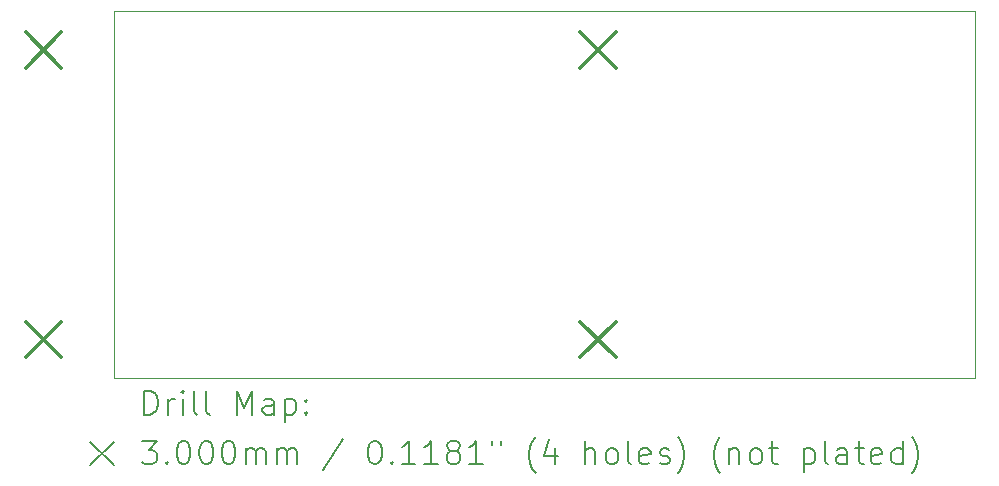
<source format=gbr>
%TF.GenerationSoftware,KiCad,Pcbnew,8.0.4*%
%TF.CreationDate,2025-02-11T11:06:42-05:00*%
%TF.ProjectId,plusle,706c7573-6c65-42e6-9b69-6361645f7063,rev?*%
%TF.SameCoordinates,Original*%
%TF.FileFunction,Drillmap*%
%TF.FilePolarity,Positive*%
%FSLAX45Y45*%
G04 Gerber Fmt 4.5, Leading zero omitted, Abs format (unit mm)*
G04 Created by KiCad (PCBNEW 8.0.4) date 2025-02-11 11:06:42*
%MOMM*%
%LPD*%
G01*
G04 APERTURE LIST*
%ADD10C,0.050000*%
%ADD11C,0.200000*%
%ADD12C,0.300000*%
G04 APERTURE END LIST*
D10*
X7150000Y-3550000D02*
X14440000Y-3550000D01*
X14440000Y-6650000D01*
X7150000Y-6650000D01*
X7150000Y-3550000D01*
D11*
D12*
X6402500Y-3727000D02*
X6702500Y-4027000D01*
X6702500Y-3727000D02*
X6402500Y-4027000D01*
X6402500Y-6178000D02*
X6702500Y-6478000D01*
X6702500Y-6178000D02*
X6402500Y-6478000D01*
X11097500Y-3727000D02*
X11397500Y-4027000D01*
X11397500Y-3727000D02*
X11097500Y-4027000D01*
X11097500Y-6178000D02*
X11397500Y-6478000D01*
X11397500Y-6178000D02*
X11097500Y-6478000D01*
D11*
X7408277Y-6963984D02*
X7408277Y-6763984D01*
X7408277Y-6763984D02*
X7455896Y-6763984D01*
X7455896Y-6763984D02*
X7484467Y-6773508D01*
X7484467Y-6773508D02*
X7503515Y-6792555D01*
X7503515Y-6792555D02*
X7513039Y-6811603D01*
X7513039Y-6811603D02*
X7522562Y-6849698D01*
X7522562Y-6849698D02*
X7522562Y-6878269D01*
X7522562Y-6878269D02*
X7513039Y-6916365D01*
X7513039Y-6916365D02*
X7503515Y-6935412D01*
X7503515Y-6935412D02*
X7484467Y-6954460D01*
X7484467Y-6954460D02*
X7455896Y-6963984D01*
X7455896Y-6963984D02*
X7408277Y-6963984D01*
X7608277Y-6963984D02*
X7608277Y-6830650D01*
X7608277Y-6868746D02*
X7617801Y-6849698D01*
X7617801Y-6849698D02*
X7627324Y-6840174D01*
X7627324Y-6840174D02*
X7646372Y-6830650D01*
X7646372Y-6830650D02*
X7665420Y-6830650D01*
X7732086Y-6963984D02*
X7732086Y-6830650D01*
X7732086Y-6763984D02*
X7722562Y-6773508D01*
X7722562Y-6773508D02*
X7732086Y-6783031D01*
X7732086Y-6783031D02*
X7741610Y-6773508D01*
X7741610Y-6773508D02*
X7732086Y-6763984D01*
X7732086Y-6763984D02*
X7732086Y-6783031D01*
X7855896Y-6963984D02*
X7836848Y-6954460D01*
X7836848Y-6954460D02*
X7827324Y-6935412D01*
X7827324Y-6935412D02*
X7827324Y-6763984D01*
X7960658Y-6963984D02*
X7941610Y-6954460D01*
X7941610Y-6954460D02*
X7932086Y-6935412D01*
X7932086Y-6935412D02*
X7932086Y-6763984D01*
X8189229Y-6963984D02*
X8189229Y-6763984D01*
X8189229Y-6763984D02*
X8255896Y-6906841D01*
X8255896Y-6906841D02*
X8322562Y-6763984D01*
X8322562Y-6763984D02*
X8322562Y-6963984D01*
X8503515Y-6963984D02*
X8503515Y-6859222D01*
X8503515Y-6859222D02*
X8493991Y-6840174D01*
X8493991Y-6840174D02*
X8474944Y-6830650D01*
X8474944Y-6830650D02*
X8436848Y-6830650D01*
X8436848Y-6830650D02*
X8417801Y-6840174D01*
X8503515Y-6954460D02*
X8484467Y-6963984D01*
X8484467Y-6963984D02*
X8436848Y-6963984D01*
X8436848Y-6963984D02*
X8417801Y-6954460D01*
X8417801Y-6954460D02*
X8408277Y-6935412D01*
X8408277Y-6935412D02*
X8408277Y-6916365D01*
X8408277Y-6916365D02*
X8417801Y-6897317D01*
X8417801Y-6897317D02*
X8436848Y-6887793D01*
X8436848Y-6887793D02*
X8484467Y-6887793D01*
X8484467Y-6887793D02*
X8503515Y-6878269D01*
X8598753Y-6830650D02*
X8598753Y-7030650D01*
X8598753Y-6840174D02*
X8617801Y-6830650D01*
X8617801Y-6830650D02*
X8655896Y-6830650D01*
X8655896Y-6830650D02*
X8674944Y-6840174D01*
X8674944Y-6840174D02*
X8684467Y-6849698D01*
X8684467Y-6849698D02*
X8693991Y-6868746D01*
X8693991Y-6868746D02*
X8693991Y-6925888D01*
X8693991Y-6925888D02*
X8684467Y-6944936D01*
X8684467Y-6944936D02*
X8674944Y-6954460D01*
X8674944Y-6954460D02*
X8655896Y-6963984D01*
X8655896Y-6963984D02*
X8617801Y-6963984D01*
X8617801Y-6963984D02*
X8598753Y-6954460D01*
X8779705Y-6944936D02*
X8789229Y-6954460D01*
X8789229Y-6954460D02*
X8779705Y-6963984D01*
X8779705Y-6963984D02*
X8770182Y-6954460D01*
X8770182Y-6954460D02*
X8779705Y-6944936D01*
X8779705Y-6944936D02*
X8779705Y-6963984D01*
X8779705Y-6840174D02*
X8789229Y-6849698D01*
X8789229Y-6849698D02*
X8779705Y-6859222D01*
X8779705Y-6859222D02*
X8770182Y-6849698D01*
X8770182Y-6849698D02*
X8779705Y-6840174D01*
X8779705Y-6840174D02*
X8779705Y-6859222D01*
X6947500Y-7192500D02*
X7147500Y-7392500D01*
X7147500Y-7192500D02*
X6947500Y-7392500D01*
X7389229Y-7183984D02*
X7513039Y-7183984D01*
X7513039Y-7183984D02*
X7446372Y-7260174D01*
X7446372Y-7260174D02*
X7474943Y-7260174D01*
X7474943Y-7260174D02*
X7493991Y-7269698D01*
X7493991Y-7269698D02*
X7503515Y-7279222D01*
X7503515Y-7279222D02*
X7513039Y-7298269D01*
X7513039Y-7298269D02*
X7513039Y-7345888D01*
X7513039Y-7345888D02*
X7503515Y-7364936D01*
X7503515Y-7364936D02*
X7493991Y-7374460D01*
X7493991Y-7374460D02*
X7474943Y-7383984D01*
X7474943Y-7383984D02*
X7417801Y-7383984D01*
X7417801Y-7383984D02*
X7398753Y-7374460D01*
X7398753Y-7374460D02*
X7389229Y-7364936D01*
X7598753Y-7364936D02*
X7608277Y-7374460D01*
X7608277Y-7374460D02*
X7598753Y-7383984D01*
X7598753Y-7383984D02*
X7589229Y-7374460D01*
X7589229Y-7374460D02*
X7598753Y-7364936D01*
X7598753Y-7364936D02*
X7598753Y-7383984D01*
X7732086Y-7183984D02*
X7751134Y-7183984D01*
X7751134Y-7183984D02*
X7770182Y-7193508D01*
X7770182Y-7193508D02*
X7779705Y-7203031D01*
X7779705Y-7203031D02*
X7789229Y-7222079D01*
X7789229Y-7222079D02*
X7798753Y-7260174D01*
X7798753Y-7260174D02*
X7798753Y-7307793D01*
X7798753Y-7307793D02*
X7789229Y-7345888D01*
X7789229Y-7345888D02*
X7779705Y-7364936D01*
X7779705Y-7364936D02*
X7770182Y-7374460D01*
X7770182Y-7374460D02*
X7751134Y-7383984D01*
X7751134Y-7383984D02*
X7732086Y-7383984D01*
X7732086Y-7383984D02*
X7713039Y-7374460D01*
X7713039Y-7374460D02*
X7703515Y-7364936D01*
X7703515Y-7364936D02*
X7693991Y-7345888D01*
X7693991Y-7345888D02*
X7684467Y-7307793D01*
X7684467Y-7307793D02*
X7684467Y-7260174D01*
X7684467Y-7260174D02*
X7693991Y-7222079D01*
X7693991Y-7222079D02*
X7703515Y-7203031D01*
X7703515Y-7203031D02*
X7713039Y-7193508D01*
X7713039Y-7193508D02*
X7732086Y-7183984D01*
X7922562Y-7183984D02*
X7941610Y-7183984D01*
X7941610Y-7183984D02*
X7960658Y-7193508D01*
X7960658Y-7193508D02*
X7970182Y-7203031D01*
X7970182Y-7203031D02*
X7979705Y-7222079D01*
X7979705Y-7222079D02*
X7989229Y-7260174D01*
X7989229Y-7260174D02*
X7989229Y-7307793D01*
X7989229Y-7307793D02*
X7979705Y-7345888D01*
X7979705Y-7345888D02*
X7970182Y-7364936D01*
X7970182Y-7364936D02*
X7960658Y-7374460D01*
X7960658Y-7374460D02*
X7941610Y-7383984D01*
X7941610Y-7383984D02*
X7922562Y-7383984D01*
X7922562Y-7383984D02*
X7903515Y-7374460D01*
X7903515Y-7374460D02*
X7893991Y-7364936D01*
X7893991Y-7364936D02*
X7884467Y-7345888D01*
X7884467Y-7345888D02*
X7874943Y-7307793D01*
X7874943Y-7307793D02*
X7874943Y-7260174D01*
X7874943Y-7260174D02*
X7884467Y-7222079D01*
X7884467Y-7222079D02*
X7893991Y-7203031D01*
X7893991Y-7203031D02*
X7903515Y-7193508D01*
X7903515Y-7193508D02*
X7922562Y-7183984D01*
X8113039Y-7183984D02*
X8132086Y-7183984D01*
X8132086Y-7183984D02*
X8151134Y-7193508D01*
X8151134Y-7193508D02*
X8160658Y-7203031D01*
X8160658Y-7203031D02*
X8170182Y-7222079D01*
X8170182Y-7222079D02*
X8179705Y-7260174D01*
X8179705Y-7260174D02*
X8179705Y-7307793D01*
X8179705Y-7307793D02*
X8170182Y-7345888D01*
X8170182Y-7345888D02*
X8160658Y-7364936D01*
X8160658Y-7364936D02*
X8151134Y-7374460D01*
X8151134Y-7374460D02*
X8132086Y-7383984D01*
X8132086Y-7383984D02*
X8113039Y-7383984D01*
X8113039Y-7383984D02*
X8093991Y-7374460D01*
X8093991Y-7374460D02*
X8084467Y-7364936D01*
X8084467Y-7364936D02*
X8074943Y-7345888D01*
X8074943Y-7345888D02*
X8065420Y-7307793D01*
X8065420Y-7307793D02*
X8065420Y-7260174D01*
X8065420Y-7260174D02*
X8074943Y-7222079D01*
X8074943Y-7222079D02*
X8084467Y-7203031D01*
X8084467Y-7203031D02*
X8093991Y-7193508D01*
X8093991Y-7193508D02*
X8113039Y-7183984D01*
X8265420Y-7383984D02*
X8265420Y-7250650D01*
X8265420Y-7269698D02*
X8274943Y-7260174D01*
X8274943Y-7260174D02*
X8293991Y-7250650D01*
X8293991Y-7250650D02*
X8322563Y-7250650D01*
X8322563Y-7250650D02*
X8341610Y-7260174D01*
X8341610Y-7260174D02*
X8351134Y-7279222D01*
X8351134Y-7279222D02*
X8351134Y-7383984D01*
X8351134Y-7279222D02*
X8360658Y-7260174D01*
X8360658Y-7260174D02*
X8379705Y-7250650D01*
X8379705Y-7250650D02*
X8408277Y-7250650D01*
X8408277Y-7250650D02*
X8427325Y-7260174D01*
X8427325Y-7260174D02*
X8436848Y-7279222D01*
X8436848Y-7279222D02*
X8436848Y-7383984D01*
X8532086Y-7383984D02*
X8532086Y-7250650D01*
X8532086Y-7269698D02*
X8541610Y-7260174D01*
X8541610Y-7260174D02*
X8560658Y-7250650D01*
X8560658Y-7250650D02*
X8589229Y-7250650D01*
X8589229Y-7250650D02*
X8608277Y-7260174D01*
X8608277Y-7260174D02*
X8617801Y-7279222D01*
X8617801Y-7279222D02*
X8617801Y-7383984D01*
X8617801Y-7279222D02*
X8627325Y-7260174D01*
X8627325Y-7260174D02*
X8646372Y-7250650D01*
X8646372Y-7250650D02*
X8674944Y-7250650D01*
X8674944Y-7250650D02*
X8693991Y-7260174D01*
X8693991Y-7260174D02*
X8703515Y-7279222D01*
X8703515Y-7279222D02*
X8703515Y-7383984D01*
X9093991Y-7174460D02*
X8922563Y-7431603D01*
X9351134Y-7183984D02*
X9370182Y-7183984D01*
X9370182Y-7183984D02*
X9389229Y-7193508D01*
X9389229Y-7193508D02*
X9398753Y-7203031D01*
X9398753Y-7203031D02*
X9408277Y-7222079D01*
X9408277Y-7222079D02*
X9417801Y-7260174D01*
X9417801Y-7260174D02*
X9417801Y-7307793D01*
X9417801Y-7307793D02*
X9408277Y-7345888D01*
X9408277Y-7345888D02*
X9398753Y-7364936D01*
X9398753Y-7364936D02*
X9389229Y-7374460D01*
X9389229Y-7374460D02*
X9370182Y-7383984D01*
X9370182Y-7383984D02*
X9351134Y-7383984D01*
X9351134Y-7383984D02*
X9332087Y-7374460D01*
X9332087Y-7374460D02*
X9322563Y-7364936D01*
X9322563Y-7364936D02*
X9313039Y-7345888D01*
X9313039Y-7345888D02*
X9303515Y-7307793D01*
X9303515Y-7307793D02*
X9303515Y-7260174D01*
X9303515Y-7260174D02*
X9313039Y-7222079D01*
X9313039Y-7222079D02*
X9322563Y-7203031D01*
X9322563Y-7203031D02*
X9332087Y-7193508D01*
X9332087Y-7193508D02*
X9351134Y-7183984D01*
X9503515Y-7364936D02*
X9513039Y-7374460D01*
X9513039Y-7374460D02*
X9503515Y-7383984D01*
X9503515Y-7383984D02*
X9493991Y-7374460D01*
X9493991Y-7374460D02*
X9503515Y-7364936D01*
X9503515Y-7364936D02*
X9503515Y-7383984D01*
X9703515Y-7383984D02*
X9589229Y-7383984D01*
X9646372Y-7383984D02*
X9646372Y-7183984D01*
X9646372Y-7183984D02*
X9627325Y-7212555D01*
X9627325Y-7212555D02*
X9608277Y-7231603D01*
X9608277Y-7231603D02*
X9589229Y-7241127D01*
X9893991Y-7383984D02*
X9779706Y-7383984D01*
X9836848Y-7383984D02*
X9836848Y-7183984D01*
X9836848Y-7183984D02*
X9817801Y-7212555D01*
X9817801Y-7212555D02*
X9798753Y-7231603D01*
X9798753Y-7231603D02*
X9779706Y-7241127D01*
X10008277Y-7269698D02*
X9989229Y-7260174D01*
X9989229Y-7260174D02*
X9979706Y-7250650D01*
X9979706Y-7250650D02*
X9970182Y-7231603D01*
X9970182Y-7231603D02*
X9970182Y-7222079D01*
X9970182Y-7222079D02*
X9979706Y-7203031D01*
X9979706Y-7203031D02*
X9989229Y-7193508D01*
X9989229Y-7193508D02*
X10008277Y-7183984D01*
X10008277Y-7183984D02*
X10046372Y-7183984D01*
X10046372Y-7183984D02*
X10065420Y-7193508D01*
X10065420Y-7193508D02*
X10074944Y-7203031D01*
X10074944Y-7203031D02*
X10084468Y-7222079D01*
X10084468Y-7222079D02*
X10084468Y-7231603D01*
X10084468Y-7231603D02*
X10074944Y-7250650D01*
X10074944Y-7250650D02*
X10065420Y-7260174D01*
X10065420Y-7260174D02*
X10046372Y-7269698D01*
X10046372Y-7269698D02*
X10008277Y-7269698D01*
X10008277Y-7269698D02*
X9989229Y-7279222D01*
X9989229Y-7279222D02*
X9979706Y-7288746D01*
X9979706Y-7288746D02*
X9970182Y-7307793D01*
X9970182Y-7307793D02*
X9970182Y-7345888D01*
X9970182Y-7345888D02*
X9979706Y-7364936D01*
X9979706Y-7364936D02*
X9989229Y-7374460D01*
X9989229Y-7374460D02*
X10008277Y-7383984D01*
X10008277Y-7383984D02*
X10046372Y-7383984D01*
X10046372Y-7383984D02*
X10065420Y-7374460D01*
X10065420Y-7374460D02*
X10074944Y-7364936D01*
X10074944Y-7364936D02*
X10084468Y-7345888D01*
X10084468Y-7345888D02*
X10084468Y-7307793D01*
X10084468Y-7307793D02*
X10074944Y-7288746D01*
X10074944Y-7288746D02*
X10065420Y-7279222D01*
X10065420Y-7279222D02*
X10046372Y-7269698D01*
X10274944Y-7383984D02*
X10160658Y-7383984D01*
X10217801Y-7383984D02*
X10217801Y-7183984D01*
X10217801Y-7183984D02*
X10198753Y-7212555D01*
X10198753Y-7212555D02*
X10179706Y-7231603D01*
X10179706Y-7231603D02*
X10160658Y-7241127D01*
X10351134Y-7183984D02*
X10351134Y-7222079D01*
X10427325Y-7183984D02*
X10427325Y-7222079D01*
X10722563Y-7460174D02*
X10713039Y-7450650D01*
X10713039Y-7450650D02*
X10693991Y-7422079D01*
X10693991Y-7422079D02*
X10684468Y-7403031D01*
X10684468Y-7403031D02*
X10674944Y-7374460D01*
X10674944Y-7374460D02*
X10665420Y-7326841D01*
X10665420Y-7326841D02*
X10665420Y-7288746D01*
X10665420Y-7288746D02*
X10674944Y-7241127D01*
X10674944Y-7241127D02*
X10684468Y-7212555D01*
X10684468Y-7212555D02*
X10693991Y-7193508D01*
X10693991Y-7193508D02*
X10713039Y-7164936D01*
X10713039Y-7164936D02*
X10722563Y-7155412D01*
X10884468Y-7250650D02*
X10884468Y-7383984D01*
X10836849Y-7174460D02*
X10789230Y-7317317D01*
X10789230Y-7317317D02*
X10913039Y-7317317D01*
X11141611Y-7383984D02*
X11141611Y-7183984D01*
X11227325Y-7383984D02*
X11227325Y-7279222D01*
X11227325Y-7279222D02*
X11217801Y-7260174D01*
X11217801Y-7260174D02*
X11198753Y-7250650D01*
X11198753Y-7250650D02*
X11170182Y-7250650D01*
X11170182Y-7250650D02*
X11151134Y-7260174D01*
X11151134Y-7260174D02*
X11141611Y-7269698D01*
X11351134Y-7383984D02*
X11332087Y-7374460D01*
X11332087Y-7374460D02*
X11322563Y-7364936D01*
X11322563Y-7364936D02*
X11313039Y-7345888D01*
X11313039Y-7345888D02*
X11313039Y-7288746D01*
X11313039Y-7288746D02*
X11322563Y-7269698D01*
X11322563Y-7269698D02*
X11332087Y-7260174D01*
X11332087Y-7260174D02*
X11351134Y-7250650D01*
X11351134Y-7250650D02*
X11379706Y-7250650D01*
X11379706Y-7250650D02*
X11398753Y-7260174D01*
X11398753Y-7260174D02*
X11408277Y-7269698D01*
X11408277Y-7269698D02*
X11417801Y-7288746D01*
X11417801Y-7288746D02*
X11417801Y-7345888D01*
X11417801Y-7345888D02*
X11408277Y-7364936D01*
X11408277Y-7364936D02*
X11398753Y-7374460D01*
X11398753Y-7374460D02*
X11379706Y-7383984D01*
X11379706Y-7383984D02*
X11351134Y-7383984D01*
X11532087Y-7383984D02*
X11513039Y-7374460D01*
X11513039Y-7374460D02*
X11503515Y-7355412D01*
X11503515Y-7355412D02*
X11503515Y-7183984D01*
X11684468Y-7374460D02*
X11665420Y-7383984D01*
X11665420Y-7383984D02*
X11627325Y-7383984D01*
X11627325Y-7383984D02*
X11608277Y-7374460D01*
X11608277Y-7374460D02*
X11598753Y-7355412D01*
X11598753Y-7355412D02*
X11598753Y-7279222D01*
X11598753Y-7279222D02*
X11608277Y-7260174D01*
X11608277Y-7260174D02*
X11627325Y-7250650D01*
X11627325Y-7250650D02*
X11665420Y-7250650D01*
X11665420Y-7250650D02*
X11684468Y-7260174D01*
X11684468Y-7260174D02*
X11693991Y-7279222D01*
X11693991Y-7279222D02*
X11693991Y-7298269D01*
X11693991Y-7298269D02*
X11598753Y-7317317D01*
X11770182Y-7374460D02*
X11789230Y-7383984D01*
X11789230Y-7383984D02*
X11827325Y-7383984D01*
X11827325Y-7383984D02*
X11846372Y-7374460D01*
X11846372Y-7374460D02*
X11855896Y-7355412D01*
X11855896Y-7355412D02*
X11855896Y-7345888D01*
X11855896Y-7345888D02*
X11846372Y-7326841D01*
X11846372Y-7326841D02*
X11827325Y-7317317D01*
X11827325Y-7317317D02*
X11798753Y-7317317D01*
X11798753Y-7317317D02*
X11779706Y-7307793D01*
X11779706Y-7307793D02*
X11770182Y-7288746D01*
X11770182Y-7288746D02*
X11770182Y-7279222D01*
X11770182Y-7279222D02*
X11779706Y-7260174D01*
X11779706Y-7260174D02*
X11798753Y-7250650D01*
X11798753Y-7250650D02*
X11827325Y-7250650D01*
X11827325Y-7250650D02*
X11846372Y-7260174D01*
X11922563Y-7460174D02*
X11932087Y-7450650D01*
X11932087Y-7450650D02*
X11951134Y-7422079D01*
X11951134Y-7422079D02*
X11960658Y-7403031D01*
X11960658Y-7403031D02*
X11970182Y-7374460D01*
X11970182Y-7374460D02*
X11979706Y-7326841D01*
X11979706Y-7326841D02*
X11979706Y-7288746D01*
X11979706Y-7288746D02*
X11970182Y-7241127D01*
X11970182Y-7241127D02*
X11960658Y-7212555D01*
X11960658Y-7212555D02*
X11951134Y-7193508D01*
X11951134Y-7193508D02*
X11932087Y-7164936D01*
X11932087Y-7164936D02*
X11922563Y-7155412D01*
X12284468Y-7460174D02*
X12274944Y-7450650D01*
X12274944Y-7450650D02*
X12255896Y-7422079D01*
X12255896Y-7422079D02*
X12246372Y-7403031D01*
X12246372Y-7403031D02*
X12236849Y-7374460D01*
X12236849Y-7374460D02*
X12227325Y-7326841D01*
X12227325Y-7326841D02*
X12227325Y-7288746D01*
X12227325Y-7288746D02*
X12236849Y-7241127D01*
X12236849Y-7241127D02*
X12246372Y-7212555D01*
X12246372Y-7212555D02*
X12255896Y-7193508D01*
X12255896Y-7193508D02*
X12274944Y-7164936D01*
X12274944Y-7164936D02*
X12284468Y-7155412D01*
X12360658Y-7250650D02*
X12360658Y-7383984D01*
X12360658Y-7269698D02*
X12370182Y-7260174D01*
X12370182Y-7260174D02*
X12389230Y-7250650D01*
X12389230Y-7250650D02*
X12417801Y-7250650D01*
X12417801Y-7250650D02*
X12436849Y-7260174D01*
X12436849Y-7260174D02*
X12446372Y-7279222D01*
X12446372Y-7279222D02*
X12446372Y-7383984D01*
X12570182Y-7383984D02*
X12551134Y-7374460D01*
X12551134Y-7374460D02*
X12541611Y-7364936D01*
X12541611Y-7364936D02*
X12532087Y-7345888D01*
X12532087Y-7345888D02*
X12532087Y-7288746D01*
X12532087Y-7288746D02*
X12541611Y-7269698D01*
X12541611Y-7269698D02*
X12551134Y-7260174D01*
X12551134Y-7260174D02*
X12570182Y-7250650D01*
X12570182Y-7250650D02*
X12598753Y-7250650D01*
X12598753Y-7250650D02*
X12617801Y-7260174D01*
X12617801Y-7260174D02*
X12627325Y-7269698D01*
X12627325Y-7269698D02*
X12636849Y-7288746D01*
X12636849Y-7288746D02*
X12636849Y-7345888D01*
X12636849Y-7345888D02*
X12627325Y-7364936D01*
X12627325Y-7364936D02*
X12617801Y-7374460D01*
X12617801Y-7374460D02*
X12598753Y-7383984D01*
X12598753Y-7383984D02*
X12570182Y-7383984D01*
X12693992Y-7250650D02*
X12770182Y-7250650D01*
X12722563Y-7183984D02*
X12722563Y-7355412D01*
X12722563Y-7355412D02*
X12732087Y-7374460D01*
X12732087Y-7374460D02*
X12751134Y-7383984D01*
X12751134Y-7383984D02*
X12770182Y-7383984D01*
X12989230Y-7250650D02*
X12989230Y-7450650D01*
X12989230Y-7260174D02*
X13008277Y-7250650D01*
X13008277Y-7250650D02*
X13046373Y-7250650D01*
X13046373Y-7250650D02*
X13065420Y-7260174D01*
X13065420Y-7260174D02*
X13074944Y-7269698D01*
X13074944Y-7269698D02*
X13084468Y-7288746D01*
X13084468Y-7288746D02*
X13084468Y-7345888D01*
X13084468Y-7345888D02*
X13074944Y-7364936D01*
X13074944Y-7364936D02*
X13065420Y-7374460D01*
X13065420Y-7374460D02*
X13046373Y-7383984D01*
X13046373Y-7383984D02*
X13008277Y-7383984D01*
X13008277Y-7383984D02*
X12989230Y-7374460D01*
X13198753Y-7383984D02*
X13179706Y-7374460D01*
X13179706Y-7374460D02*
X13170182Y-7355412D01*
X13170182Y-7355412D02*
X13170182Y-7183984D01*
X13360658Y-7383984D02*
X13360658Y-7279222D01*
X13360658Y-7279222D02*
X13351134Y-7260174D01*
X13351134Y-7260174D02*
X13332087Y-7250650D01*
X13332087Y-7250650D02*
X13293992Y-7250650D01*
X13293992Y-7250650D02*
X13274944Y-7260174D01*
X13360658Y-7374460D02*
X13341611Y-7383984D01*
X13341611Y-7383984D02*
X13293992Y-7383984D01*
X13293992Y-7383984D02*
X13274944Y-7374460D01*
X13274944Y-7374460D02*
X13265420Y-7355412D01*
X13265420Y-7355412D02*
X13265420Y-7336365D01*
X13265420Y-7336365D02*
X13274944Y-7317317D01*
X13274944Y-7317317D02*
X13293992Y-7307793D01*
X13293992Y-7307793D02*
X13341611Y-7307793D01*
X13341611Y-7307793D02*
X13360658Y-7298269D01*
X13427325Y-7250650D02*
X13503515Y-7250650D01*
X13455896Y-7183984D02*
X13455896Y-7355412D01*
X13455896Y-7355412D02*
X13465420Y-7374460D01*
X13465420Y-7374460D02*
X13484468Y-7383984D01*
X13484468Y-7383984D02*
X13503515Y-7383984D01*
X13646373Y-7374460D02*
X13627325Y-7383984D01*
X13627325Y-7383984D02*
X13589230Y-7383984D01*
X13589230Y-7383984D02*
X13570182Y-7374460D01*
X13570182Y-7374460D02*
X13560658Y-7355412D01*
X13560658Y-7355412D02*
X13560658Y-7279222D01*
X13560658Y-7279222D02*
X13570182Y-7260174D01*
X13570182Y-7260174D02*
X13589230Y-7250650D01*
X13589230Y-7250650D02*
X13627325Y-7250650D01*
X13627325Y-7250650D02*
X13646373Y-7260174D01*
X13646373Y-7260174D02*
X13655896Y-7279222D01*
X13655896Y-7279222D02*
X13655896Y-7298269D01*
X13655896Y-7298269D02*
X13560658Y-7317317D01*
X13827325Y-7383984D02*
X13827325Y-7183984D01*
X13827325Y-7374460D02*
X13808277Y-7383984D01*
X13808277Y-7383984D02*
X13770182Y-7383984D01*
X13770182Y-7383984D02*
X13751134Y-7374460D01*
X13751134Y-7374460D02*
X13741611Y-7364936D01*
X13741611Y-7364936D02*
X13732087Y-7345888D01*
X13732087Y-7345888D02*
X13732087Y-7288746D01*
X13732087Y-7288746D02*
X13741611Y-7269698D01*
X13741611Y-7269698D02*
X13751134Y-7260174D01*
X13751134Y-7260174D02*
X13770182Y-7250650D01*
X13770182Y-7250650D02*
X13808277Y-7250650D01*
X13808277Y-7250650D02*
X13827325Y-7260174D01*
X13903515Y-7460174D02*
X13913039Y-7450650D01*
X13913039Y-7450650D02*
X13932087Y-7422079D01*
X13932087Y-7422079D02*
X13941611Y-7403031D01*
X13941611Y-7403031D02*
X13951134Y-7374460D01*
X13951134Y-7374460D02*
X13960658Y-7326841D01*
X13960658Y-7326841D02*
X13960658Y-7288746D01*
X13960658Y-7288746D02*
X13951134Y-7241127D01*
X13951134Y-7241127D02*
X13941611Y-7212555D01*
X13941611Y-7212555D02*
X13932087Y-7193508D01*
X13932087Y-7193508D02*
X13913039Y-7164936D01*
X13913039Y-7164936D02*
X13903515Y-7155412D01*
M02*

</source>
